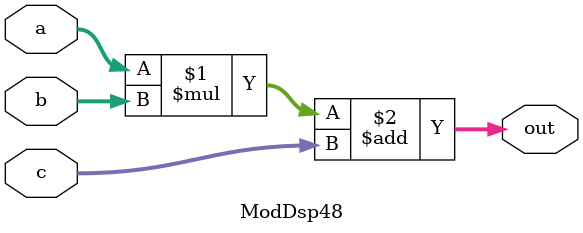
<source format=v>
`ifndef HAS_MODDSP48
`define HAS_MODDSP48
(* use_dsp48 = "yes" *) 
module ModDsp48( a, b, c, out );
input signed [17:0] a;
input signed [17:0] b;
input signed [47:0] c;
output signed [47:0] out;
assign out = a * b + c;
endmodule
`endif

</source>
